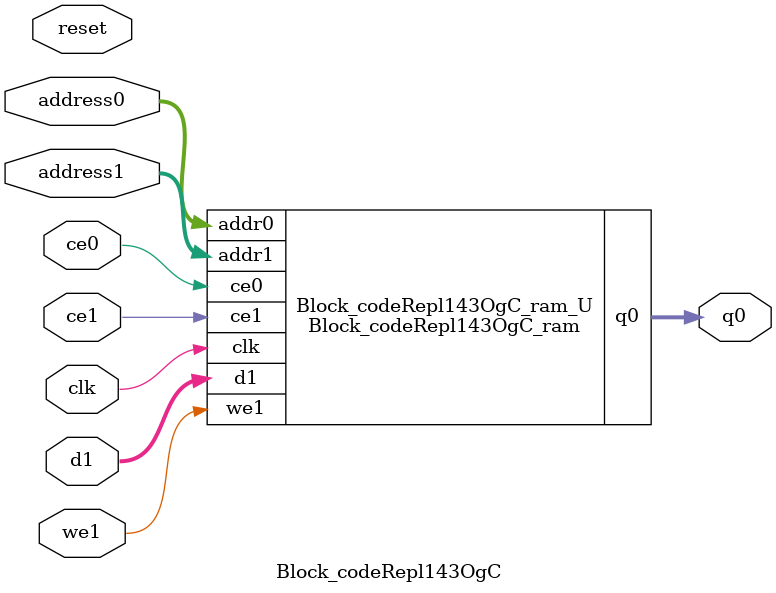
<source format=v>
`timescale 1 ns / 1 ps
module Block_codeRepl143OgC_ram (addr0, ce0, q0, addr1, ce1, d1, we1,  clk);

parameter DWIDTH = 4;
parameter AWIDTH = 6;
parameter MEM_SIZE = 64;

input[AWIDTH-1:0] addr0;
input ce0;
output reg[DWIDTH-1:0] q0;
input[AWIDTH-1:0] addr1;
input ce1;
input[DWIDTH-1:0] d1;
input we1;
input clk;

(* ram_style = "distributed" *)reg [DWIDTH-1:0] ram[0:MEM_SIZE-1];




always @(posedge clk)  
begin 
    if (ce0) begin
        q0 <= ram[addr0];
    end
end


always @(posedge clk)  
begin 
    if (ce1) begin
        if (we1) 
            ram[addr1] <= d1; 
    end
end


endmodule

`timescale 1 ns / 1 ps
module Block_codeRepl143OgC(
    reset,
    clk,
    address0,
    ce0,
    q0,
    address1,
    ce1,
    we1,
    d1);

parameter DataWidth = 32'd4;
parameter AddressRange = 32'd64;
parameter AddressWidth = 32'd6;
input reset;
input clk;
input[AddressWidth - 1:0] address0;
input ce0;
output[DataWidth - 1:0] q0;
input[AddressWidth - 1:0] address1;
input ce1;
input we1;
input[DataWidth - 1:0] d1;



Block_codeRepl143OgC_ram Block_codeRepl143OgC_ram_U(
    .clk( clk ),
    .addr0( address0 ),
    .ce0( ce0 ),
    .q0( q0 ),
    .addr1( address1 ),
    .ce1( ce1 ),
    .we1( we1 ),
    .d1( d1 ));

endmodule


</source>
